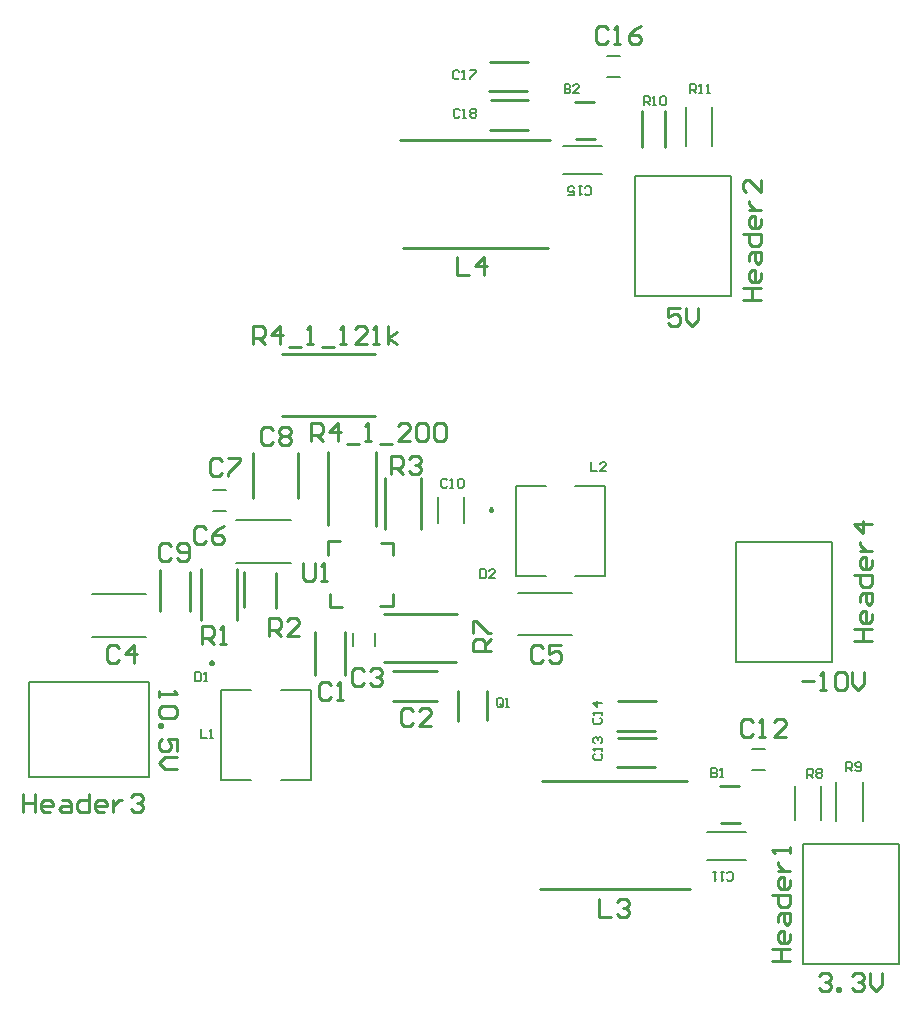
<source format=gto>
%FSTAX23Y23*%
%MOIN*%
%SFA1B1*%

%IPPOS*%
%ADD11C,0.009800*%
%ADD12C,0.010000*%
%ADD13C,0.007900*%
%ADD14C,0.007000*%
G54D11*
X03825Y02991D02*
D01*
X03825Y02991*
X03825Y02992*
X03825Y02992*
X03825Y02992*
X03825Y02993*
X03825Y02993*
X03825Y02993*
X03825Y02994*
X03824Y02994*
X03824Y02994*
X03824Y02994*
X03824Y02995*
X03823Y02995*
X03823Y02995*
X03823Y02995*
X03823Y02995*
X03822Y02996*
X03822Y02996*
X03822Y02996*
X03821Y02996*
X03821Y02996*
X03821Y02996*
X0382*
X0382Y02996*
X0382Y02996*
X03819Y02996*
X03819Y02996*
X03819Y02996*
X03818Y02995*
X03818Y02995*
X03818Y02995*
X03817Y02995*
X03817Y02995*
X03817Y02994*
X03817Y02994*
X03816Y02994*
X03816Y02994*
X03816Y02993*
X03816Y02993*
X03816Y02993*
X03816Y02992*
X03816Y02992*
X03816Y02992*
X03816Y02991*
X03816Y02991*
X03816Y02991*
X03816Y0299*
X03816Y0299*
X03816Y0299*
X03816Y02989*
X03816Y02989*
X03816Y02989*
X03816Y02988*
X03816Y02988*
X03817Y02988*
X03817Y02988*
X03817Y02987*
X03817Y02987*
X03818Y02987*
X03818Y02987*
X03818Y02987*
X03819Y02986*
X03819Y02986*
X03819Y02986*
X0382Y02986*
X0382Y02986*
X0382Y02986*
X03821*
X03821Y02986*
X03821Y02986*
X03822Y02986*
X03822Y02986*
X03822Y02986*
X03823Y02987*
X03823Y02987*
X03823Y02987*
X03823Y02987*
X03824Y02987*
X03824Y02988*
X03824Y02988*
X03824Y02988*
X03825Y02988*
X03825Y02989*
X03825Y02989*
X03825Y02989*
X03825Y0299*
X03825Y0299*
X03825Y0299*
X03825Y02991*
X03825Y02991*
X02893Y02481D02*
D01*
X02893Y02481*
X02893Y02481*
X02893Y02482*
X02893Y02482*
X02893Y02482*
X02893Y02483*
X02893Y02483*
X02893Y02483*
X02892Y02484*
X02892Y02484*
X02892Y02484*
X02892Y02484*
X02892Y02485*
X02891Y02485*
X02891Y02485*
X02891Y02485*
X0289Y02485*
X0289Y02485*
X0289Y02486*
X02889Y02486*
X02889Y02486*
X02889Y02486*
X02888*
X02888Y02486*
X02888Y02486*
X02887Y02486*
X02887Y02485*
X02887Y02485*
X02886Y02485*
X02886Y02485*
X02886Y02485*
X02885Y02485*
X02885Y02484*
X02885Y02484*
X02885Y02484*
X02885Y02484*
X02884Y02483*
X02884Y02483*
X02884Y02483*
X02884Y02482*
X02884Y02482*
X02884Y02482*
X02884Y02481*
X02884Y02481*
X02884Y02481*
X02884Y0248*
X02884Y0248*
X02884Y0248*
X02884Y02479*
X02884Y02479*
X02884Y02479*
X02884Y02478*
X02884Y02478*
X02885Y02478*
X02885Y02478*
X02885Y02477*
X02885Y02477*
X02885Y02477*
X02886Y02477*
X02886Y02477*
X02886Y02476*
X02887Y02476*
X02887Y02476*
X02887Y02476*
X02888Y02476*
X02888Y02476*
X02888Y02476*
X02889*
X02889Y02476*
X02889Y02476*
X0289Y02476*
X0289Y02476*
X0289Y02476*
X02891Y02476*
X02891Y02477*
X02891Y02477*
X02892Y02477*
X02892Y02477*
X02892Y02477*
X02892Y02478*
X02892Y02478*
X02893Y02478*
X02893Y02478*
X02893Y02479*
X02893Y02479*
X02893Y02479*
X02893Y0248*
X02893Y0248*
X02893Y0248*
X02893Y02481*
G54D12*
X03493Y02841D02*
Y02881D01*
X03453D02*
X03493D01*
Y02671D02*
Y02711D01*
X03452Y02671D02*
X03493D01*
X03278Y02841D02*
Y02886D01*
X03318*
X03283Y02666D02*
X03324D01*
X03283D02*
Y02711D01*
X03516Y04222D02*
X04016D01*
X03526Y03862D02*
X04011D01*
X03985Y01728D02*
X04485D01*
X0399Y02088D02*
X04475D01*
X03495Y02452D02*
X0364D01*
X03495Y02352D02*
X03641D01*
X03235Y02439D02*
Y02585D01*
X03335Y0244D02*
Y02585D01*
X03463Y02483D02*
X03703D01*
X03463Y02644D02*
X03707D01*
X03104Y02663D02*
Y02781D01*
X02998Y02667D02*
Y02785D01*
X03467Y02927D02*
Y03097D01*
X03587Y02927D02*
Y03097D01*
X03124Y03511D02*
X03435D01*
X03124Y03303D02*
X03435D01*
X03276Y02941D02*
Y03182D01*
X03438Y02938D02*
Y03182D01*
X03177Y0303D02*
Y0318D01*
X03027Y0303D02*
Y0318D01*
X02718Y02654D02*
Y02789D01*
X02818Y02654D02*
Y02784D01*
X02854Y02625D02*
Y02795D01*
X02974Y02625D02*
Y02795D01*
X04244Y02231D02*
X0437D01*
X04242Y02133D02*
X04368D01*
X04243Y02352D02*
X04369D01*
X04241Y02254D02*
X04367D01*
X04588Y01948D02*
X04651D01*
X04585Y02069D02*
X04648D01*
X04101Y04349D02*
X04164D01*
X04104Y04228D02*
X04167D01*
X044Y04201D02*
Y04319D01*
X04323Y04201D02*
Y04319D01*
X03815Y04386D02*
X03941D01*
X03817Y04484D02*
X03943D01*
X03817Y04258D02*
X03943D01*
X03819Y04356D02*
X03945D01*
X03712Y02286D02*
Y02388D01*
X03807Y0229D02*
Y02388D01*
X03095Y03256D02*
X03085Y03266D01*
X03065*
X03055Y03256*
Y03216*
X03065Y03206*
X03085*
X03095Y03216*
X03115Y03256D02*
X03125Y03266D01*
X03145*
X03155Y03256*
Y03246*
X03145Y03236*
X03155Y03226*
Y03216*
X03145Y03206*
X03125*
X03115Y03216*
Y03226*
X03125Y03236*
X03115Y03246*
Y03256*
X03125Y03236D02*
X03145D01*
X04915Y01436D02*
X04925Y01446D01*
X04945*
X04955Y01436*
Y01426*
X04945Y01416*
X04935*
X04945*
X04955Y01406*
Y01396*
X04945Y01386*
X04925*
X04915Y01396*
X04975Y01386D02*
Y01396D01*
X04985*
Y01386*
X04975*
X05025Y01436D02*
X05035Y01446D01*
X05055*
X05065Y01436*
Y01426*
X05055Y01416*
X05045*
X05055*
X05065Y01406*
Y01396*
X05055Y01386*
X05035*
X05025Y01396*
X05084Y01446D02*
Y01406D01*
X05104Y01386*
X05124Y01406*
Y01446*
X02714Y02388D02*
Y02368D01*
Y02378*
X02774*
X02764Y02388*
Y02338D02*
X02774Y02328D01*
Y02308*
X02764Y02298*
X02724*
X02714Y02308*
Y02328*
X02724Y02338*
X02764*
X02714Y02278D02*
X02724D01*
Y02268*
X02714*
Y02278*
X02774Y02188D02*
Y02228D01*
X02744*
X02754Y02208*
Y02198*
X02744Y02188*
X02724*
X02714Y02198*
Y02218*
X02724Y02228*
X02774Y02168D02*
X02734D01*
X02714Y02148*
X02734Y02128*
X02774*
X04856Y02421D02*
X04896D01*
X04916Y02391D02*
X04936D01*
X04926*
Y02451*
X04916Y02441*
X04966D02*
X04976Y02451D01*
X04996*
X05006Y02441*
Y02401*
X04996Y02391*
X04976*
X04966Y02401*
Y02441*
X05025Y02451D02*
Y02411D01*
X05045Y02391*
X05065Y02411*
Y02451*
X0445Y03662D02*
X0441D01*
Y03632*
X0443Y03642*
X0444*
X0445Y03632*
Y03612*
X0444Y03602*
X0442*
X0441Y03612*
X0447Y03662D02*
Y03622D01*
X0449Y03602*
X0451Y03622*
Y03662*
X03194Y02812D02*
Y02762D01*
X03204Y02752*
X03224*
X03234Y02762*
Y02812*
X03254Y02752D02*
X03274D01*
X03264*
Y02812*
X03254Y02802*
X05032Y02553D02*
X05092D01*
X05062*
Y02593*
X05032*
X05092*
Y02643D02*
Y02623D01*
X05082Y02613*
X05062*
X05052Y02623*
Y02643*
X05062Y02653*
X05072*
Y02613*
X05052Y02683D02*
Y02703D01*
X05062Y02713*
X05092*
Y02683*
X05082Y02673*
X05072Y02683*
Y02713*
X05032Y02772D02*
X05092D01*
Y02743*
X05082Y02733*
X05062*
X05052Y02743*
Y02772*
X05092Y02822D02*
Y02802D01*
X05082Y02792*
X05062*
X05052Y02802*
Y02822*
X05062Y02832*
X05072*
Y02792*
X05052Y02852D02*
X05092D01*
X05072*
X05062Y02862*
X05052Y02872*
Y02882*
X05092Y02942D02*
X05032D01*
X05062Y02912*
Y02952*
X04661Y0369D02*
X0472D01*
X0469*
Y0373*
X04661*
X0472*
Y0378D02*
Y0376D01*
X0471Y0375*
X0469*
X0468Y0376*
Y0378*
X0469Y0379*
X047*
Y0375*
X0468Y0382D02*
Y0384D01*
X0469Y0385*
X0472*
Y0382*
X0471Y0381*
X047Y0382*
Y0385*
X04661Y0391D02*
X0472D01*
Y0388*
X0471Y0387*
X0469*
X0468Y0388*
Y0391*
X0472Y0396D02*
Y0394D01*
X0471Y0393*
X0469*
X0468Y0394*
Y0396*
X0469Y0397*
X047*
Y0393*
X0468Y0399D02*
X0472D01*
X047*
X0469Y04*
X0468Y0401*
Y0402*
X0472Y0409D02*
Y0405D01*
X0468Y0409*
X04671*
X04661Y0408*
Y0406*
X04671Y0405*
X02262Y02045D02*
Y01985D01*
Y02015*
X02302*
Y02045*
Y01985*
X02352D02*
X02332D01*
X02322Y01995*
Y02015*
X02332Y02025*
X02352*
X02362Y02015*
Y02005*
X02322*
X02392Y02025D02*
X02412D01*
X02422Y02015*
Y01985*
X02392*
X02382Y01995*
X02392Y02005*
X02422*
X02482Y02045D02*
Y01985D01*
X02452*
X02442Y01995*
Y02015*
X02452Y02025*
X02482*
X02532Y01985D02*
X02512D01*
X02502Y01995*
Y02015*
X02512Y02025*
X02532*
X02542Y02015*
Y02005*
X02502*
X02562Y02025D02*
Y01985D01*
Y02005*
X02572Y02015*
X02582Y02025*
X02592*
X02622Y02035D02*
X02632Y02045D01*
X02652*
X02662Y02035*
Y02025*
X02652Y02015*
X02642*
X02652*
X02662Y02005*
Y01995*
X02652Y01985*
X02632*
X02622Y01995*
X04757Y01488D02*
X04817D01*
X04787*
Y01528*
X04757*
X04817*
Y01578D02*
Y01558D01*
X04807Y01548*
X04787*
X04777Y01558*
Y01578*
X04787Y01588*
X04797*
Y01548*
X04777Y01618D02*
Y01638D01*
X04787Y01648*
X04817*
Y01618*
X04807Y01608*
X04797Y01618*
Y01648*
X04757Y01708D02*
X04817D01*
Y01678*
X04807Y01668*
X04787*
X04777Y01678*
Y01708*
X04817Y01758D02*
Y01738D01*
X04807Y01728*
X04787*
X04777Y01738*
Y01758*
X04787Y01768*
X04797*
Y01728*
X04777Y01788D02*
X04817D01*
X04797*
X04787Y01798*
X04777Y01808*
Y01818*
X04817Y01848D02*
Y01868D01*
Y01858*
X04757*
X04767Y01848*
X03706Y03834D02*
Y03774D01*
X03746*
X03796D02*
Y03834D01*
X03766Y03804*
X03806*
X0418Y01695D02*
Y01635D01*
X0422*
X0424Y01685D02*
X0425Y01695D01*
X0427*
X0428Y01685*
Y01675*
X0427Y01665*
X0426*
X0427*
X0428Y01655*
Y01645*
X0427Y01635*
X0425*
X0424Y01645*
X0421Y04594D02*
X042Y04604D01*
X0418*
X0417Y04594*
Y04554*
X0418Y04544*
X042*
X0421Y04554*
X0423Y04544D02*
X0425D01*
X0424*
Y04604*
X0423Y04594*
X0432Y04604D02*
X043Y04594D01*
X0428Y04574*
Y04554*
X0429Y04544*
X0431*
X0432Y04554*
Y04564*
X0431Y04574*
X0428*
X04693Y02282D02*
X04683Y02292D01*
X04663*
X04653Y02282*
Y02242*
X04663Y02232*
X04683*
X04693Y02242*
X04713Y02232D02*
X04733D01*
X04723*
Y02292*
X04713Y02282*
X04803Y02232D02*
X04763D01*
X04803Y02272*
Y02282*
X04793Y02292*
X04773*
X04763Y02282*
X03398Y02455D02*
X03388Y02465D01*
X03368*
X03358Y02455*
Y02415*
X03368Y02405*
X03388*
X03398Y02415*
X03418Y02455D02*
X03428Y02465D01*
X03448*
X03458Y02455*
Y02445*
X03448Y02435*
X03438*
X03448*
X03458Y02425*
Y02415*
X03448Y02405*
X03428*
X03418Y02415*
X0356Y0232D02*
X0355Y0233D01*
X0353*
X0352Y0232*
Y0228*
X0353Y0227*
X0355*
X0356Y0228*
X0362Y0227D02*
X0358D01*
X0362Y0231*
Y0232*
X0361Y0233*
X0359*
X0358Y0232*
X03288Y02407D02*
X03278Y02417D01*
X03258*
X03248Y02407*
Y02367*
X03258Y02357*
X03278*
X03288Y02367*
X03308Y02357D02*
X03328D01*
X03318*
Y02417*
X03308Y02407*
X0382Y02519D02*
X0376D01*
Y02549*
X0377Y02559*
X0379*
X038Y02549*
Y02519*
Y02539D02*
X0382Y02559D01*
X0376Y02579D02*
Y02619D01*
X0377*
X0381Y02579*
X0382*
X03082Y02571D02*
Y02631D01*
X03112*
X03122Y02621*
Y02601*
X03112Y02591*
X03082*
X03102D02*
X03122Y02571D01*
X03182D02*
X03142D01*
X03182Y02611*
Y02621*
X03172Y02631*
X03152*
X03142Y02621*
X03993Y02531D02*
X03983Y02541D01*
X03963*
X03954Y02531*
Y02491*
X03963Y02481*
X03983*
X03993Y02491*
X04053Y02541D02*
X04013D01*
Y02511*
X04033Y02521*
X04043*
X04053Y02511*
Y02491*
X04043Y02481*
X04023*
X04013Y02491*
X03488Y03111D02*
Y03171D01*
X03518*
X03528Y03161*
Y03141*
X03518Y03131*
X03488*
X03508D02*
X03528Y03111D01*
X03548Y03161D02*
X03558Y03171D01*
X03578*
X03588Y03161*
Y03151*
X03578Y03141*
X03568*
X03578*
X03588Y03131*
Y03121*
X03578Y03111*
X03558*
X03548Y03121*
X03028Y03544D02*
Y03604D01*
X03058*
X03068Y03594*
Y03574*
X03058Y03564*
X03028*
X03048D02*
X03068Y03544D01*
X03118D02*
Y03604D01*
X03088Y03574*
X03128*
X03148Y03534D02*
X03188D01*
X03208Y03544D02*
X03228D01*
X03218*
Y03604*
X03208Y03594*
X03258Y03534D02*
X03298D01*
X03318Y03544D02*
X03338D01*
X03328*
Y03604*
X03318Y03594*
X03408Y03544D02*
X03368D01*
X03408Y03584*
Y03594*
X03398Y03604*
X03378*
X03368Y03594*
X03427Y03544D02*
X03447D01*
X03437*
Y03604*
X03427Y03594*
X03477Y03544D02*
Y03604D01*
Y03564D02*
X03507Y03584D01*
X03477Y03564D02*
X03507Y03544D01*
X0322Y0322D02*
Y0328D01*
X0325*
X0326Y0327*
Y0325*
X0325Y0324*
X0322*
X0324D02*
X0326Y0322D01*
X0331D02*
Y0328D01*
X0328Y0325*
X0332*
X0334Y0321D02*
X0338D01*
X034Y0322D02*
X0342D01*
X0341*
Y0328*
X034Y0327*
X0345Y0321D02*
X0349D01*
X0355Y0322D02*
X0351D01*
X0355Y0326*
Y0327*
X0354Y0328*
X0352*
X0351Y0327*
X0357D02*
X0358Y0328D01*
X036*
X03609Y0327*
Y0323*
X036Y0322*
X0358*
X0357Y0323*
Y0327*
X03629D02*
X03639Y0328D01*
X03659*
X03669Y0327*
Y0323*
X03659Y0322*
X03639*
X03629Y0323*
Y0327*
X02755Y02871D02*
X02745Y02881D01*
X02725*
X02715Y02871*
Y02831*
X02725Y02821*
X02745*
X02755Y02831*
X02775D02*
X02785Y02821D01*
X02805*
X02815Y02831*
Y02871*
X02805Y02881*
X02785*
X02775Y02871*
Y02861*
X02785Y02851*
X02815*
X0287Y02927D02*
X0286Y02937D01*
X0284*
X0283Y02927*
Y02887*
X0284Y02877*
X0286*
X0287Y02887*
X0293Y02937D02*
X0291Y02927D01*
X0289Y02907*
Y02887*
X029Y02877*
X0292*
X0293Y02887*
Y02897*
X0292Y02907*
X0289*
X02925Y03152D02*
X02915Y03162D01*
X02895*
X02885Y03152*
Y03112*
X02895Y03102*
X02915*
X02925Y03112*
X02945Y03162D02*
X02985D01*
Y03152*
X02945Y03112*
Y03102*
X02856Y02543D02*
Y02603D01*
X02886*
X02896Y02593*
Y02573*
X02886Y02563*
X02856*
X02876D02*
X02896Y02543D01*
X02916D02*
X02936D01*
X02926*
Y02603*
X02916Y02593*
X02582Y02529D02*
X02572Y02539D01*
X02552*
X02542Y02529*
Y02489*
X02552Y02479*
X02572*
X02582Y02489*
X02632Y02479D02*
Y02539D01*
X02602Y02509*
X02642*
G54D13*
X04102Y0307D02*
X04202D01*
X04102Y02771D02*
X04202D01*
X03903Y0307D02*
X04003D01*
X03903Y02771D02*
X04003D01*
X04202D02*
Y0307D01*
X03903Y02771D02*
Y0307D01*
X03121Y02389D02*
X03221D01*
X03121Y0209D02*
X03221D01*
X02922Y02389D02*
X03022D01*
X02922Y0209D02*
X03022D01*
X03221D02*
Y02389D01*
X02922Y0209D02*
Y02389D01*
X04637Y02884D02*
X04956D01*
X04637Y02484D02*
X04956D01*
Y02884*
X04637Y02484D02*
Y02884D01*
X043Y03704D02*
Y04104D01*
X04619Y03704D02*
Y04104D01*
X043Y03704D02*
X04619D01*
X043Y04104D02*
X04619D01*
X02279Y02418D02*
X02679D01*
X02279Y02099D02*
X02679D01*
X02279D02*
Y02418D01*
X02679Y02099D02*
Y02418D01*
X0486Y01476D02*
Y01876D01*
X05179Y01476D02*
Y01876D01*
X0486Y01476D02*
X05179D01*
X0486Y01876D02*
X05179D01*
X04208Y04433D02*
X04251D01*
X04208Y04504D02*
X04251D01*
X0469Y02122D02*
X04734D01*
X0469Y02192D02*
X04734D01*
X03433Y02538D02*
Y02581D01*
X03362Y02538D02*
Y02581D01*
X03909Y02715D02*
X0409D01*
X03909Y02573D02*
X0409D01*
X02972Y02956D02*
X03153D01*
X02972Y02814D02*
X03153D01*
X02894Y02987D02*
X02938D01*
X02894Y03058D02*
X02938D01*
X02491Y02568D02*
X02672D01*
X02491Y0271D02*
X02672D01*
X04539Y01916D02*
X04669D01*
X04539Y01823D02*
X04669D01*
X05061Y01955D02*
Y02085D01*
X04972Y01955D02*
Y02085D01*
X04835Y01956D02*
Y02071D01*
X0492Y01956D02*
Y02071D01*
X04558Y04203D02*
Y04333D01*
X04469Y04203D02*
Y04333D01*
X0406Y04109D02*
X04191D01*
X0406Y04202D02*
X04191D01*
X0373Y02946D02*
Y03033D01*
X03645Y02946D02*
Y03033D01*
G54D14*
X04066Y04409D02*
Y04379D01*
X0408*
X04085Y04384*
Y04389*
X0408Y04394*
X04066*
X0408*
X04085Y04399*
Y04404*
X0408Y04409*
X04066*
X04115Y04379D02*
X04095D01*
X04115Y04399*
Y04404*
X0411Y04409*
X041*
X04095Y04404*
X04555Y02129D02*
Y02099D01*
X0457*
X04575Y02104*
Y02109*
X0457Y02114*
X04555*
X0457*
X04575Y02119*
Y02124*
X0457Y02129*
X04555*
X04585Y02099D02*
X04595D01*
X0459*
Y02129*
X04585Y02124*
X04875Y02097D02*
Y02127D01*
X0489*
X04895Y02122*
Y02112*
X0489Y02107*
X04875*
X04885D02*
X04895Y02097D01*
X04905Y02122D02*
X0491Y02127D01*
X0492*
X04925Y02122*
Y02117*
X0492Y02112*
X04925Y02107*
Y02102*
X0492Y02097*
X0491*
X04905Y02102*
Y02107*
X0491Y02112*
X04905Y02117*
Y02122*
X0491Y02112D02*
X0492D01*
X05004Y0212D02*
Y0215D01*
X05019*
X05024Y02145*
Y02135*
X05019Y0213*
X05004*
X05014D02*
X05024Y0212D01*
X05034Y02125D02*
X05039Y0212D01*
X05049*
X05054Y02125*
Y02145*
X05049Y0215*
X05039*
X05034Y02145*
Y0214*
X05039Y02135*
X05054*
X04606Y0176D02*
X04611Y01755D01*
X04621*
X04626Y0176*
Y0178*
X04621Y01785*
X04611*
X04606Y0178*
X04596Y01785D02*
X04586D01*
X04591*
Y01755*
X04596Y0176*
X04571Y01785D02*
X04561D01*
X04566*
Y01755*
X04571Y0176*
X04166Y02177D02*
X04161Y02172D01*
Y02162*
X04166Y02157*
X04186*
X04191Y02162*
Y02172*
X04186Y02177*
X04191Y02187D02*
Y02197D01*
Y02192*
X04161*
X04166Y02187*
Y02212D02*
X04161Y02217D01*
Y02227*
X04166Y02232*
X04171*
X04176Y02227*
Y02222*
Y02227*
X04181Y02232*
X04186*
X04191Y02227*
Y02217*
X04186Y02212*
X04165Y02298D02*
X0416Y02293D01*
Y02283*
X04165Y02278*
X04185*
X0419Y02283*
Y02293*
X04185Y02298*
X0419Y02308D02*
Y02318D01*
Y02313*
X0416*
X04165Y02308*
X0419Y02348D02*
X0416D01*
X04175Y02333*
Y02353*
X0433Y04339D02*
Y04369D01*
X04345*
X0435Y04364*
Y04354*
X04345Y04349*
X0433*
X0434D02*
X0435Y04339D01*
X0436D02*
X0437D01*
X04365*
Y04369*
X0436Y04364*
X04385D02*
X0439Y04369D01*
X044*
X04405Y04364*
Y04344*
X044Y04339*
X0439*
X04385Y04344*
Y04364*
X04485Y04379D02*
Y04409D01*
X045*
X04505Y04404*
Y04394*
X045Y04389*
X04485*
X04495D02*
X04505Y04379D01*
X04515D02*
X04525D01*
X0452*
Y04409*
X04515Y04404*
X0454Y04379D02*
X0455D01*
X04545*
Y04409*
X0454Y04404*
X03715Y04451D02*
X0371Y04456D01*
X037*
X03695Y04451*
Y04431*
X037Y04426*
X0371*
X03715Y04431*
X03725Y04426D02*
X03735D01*
X0373*
Y04456*
X03725Y04451*
X0375Y04456D02*
X0377D01*
Y04451*
X0375Y04431*
Y04426*
X03717Y04323D02*
X03712Y04328D01*
X03702*
X03697Y04323*
Y04303*
X03702Y04298*
X03712*
X03717Y04303*
X03727Y04298D02*
X03737D01*
X03732*
Y04328*
X03727Y04323*
X03752D02*
X03757Y04328D01*
X03767*
X03772Y04323*
Y04318*
X03767Y04313*
X03772Y04308*
Y04303*
X03767Y04298*
X03757*
X03752Y04303*
Y04308*
X03757Y04313*
X03752Y04318*
Y04323*
X03757Y04313D02*
X03767D01*
X04133Y04045D02*
X04138Y0404D01*
X04148*
X04153Y04045*
Y04065*
X04148Y0407*
X04138*
X04133Y04065*
X04123Y0407D02*
X04113D01*
X04118*
Y0404*
X04123Y04045*
X04078Y0404D02*
X04098D01*
Y04055*
X04088Y0405*
X04083*
X04078Y04055*
Y04065*
X04083Y0407*
X04093*
X04098Y04065*
X03675Y03089D02*
X0367Y03094D01*
X0366*
X03655Y03089*
Y03069*
X0366Y03064*
X0367*
X03675Y03069*
X03685Y03064D02*
X03695D01*
X0369*
Y03094*
X03685Y03089*
X0371D02*
X03715Y03094D01*
X03725*
X0373Y03089*
Y03069*
X03725Y03064*
X03715*
X0371Y03069*
Y03089*
X03784Y02792D02*
Y02762D01*
X03799*
X03804Y02767*
Y02787*
X03799Y02792*
X03784*
X03834Y02762D02*
X03814D01*
X03834Y02782*
Y02787*
X03829Y02792*
X03819*
X03814Y02787*
X02835Y0245D02*
Y0242D01*
X0285*
X02855Y02425*
Y02445*
X0285Y0245*
X02835*
X02865Y0242D02*
X02875D01*
X0287*
Y0245*
X02865Y02445*
X02853Y0226D02*
Y0223D01*
X02873*
X02883D02*
X02893D01*
X02888*
Y0226*
X02883Y02255*
X04155Y0315D02*
Y0312D01*
X04175*
X04205D02*
X04185D01*
X04205Y0314*
Y03145*
X042Y0315*
X0419*
X04185Y03145*
X03859Y02339D02*
Y02359D01*
X03854Y02364*
X03844*
X03839Y02359*
Y02339*
X03844Y02334*
X03854*
X03849Y02344D02*
X03859Y02334D01*
X03854D02*
X03859Y02339D01*
X03869Y02334D02*
X03879D01*
X03874*
Y02364*
X03869Y02359*
M02*
</source>
